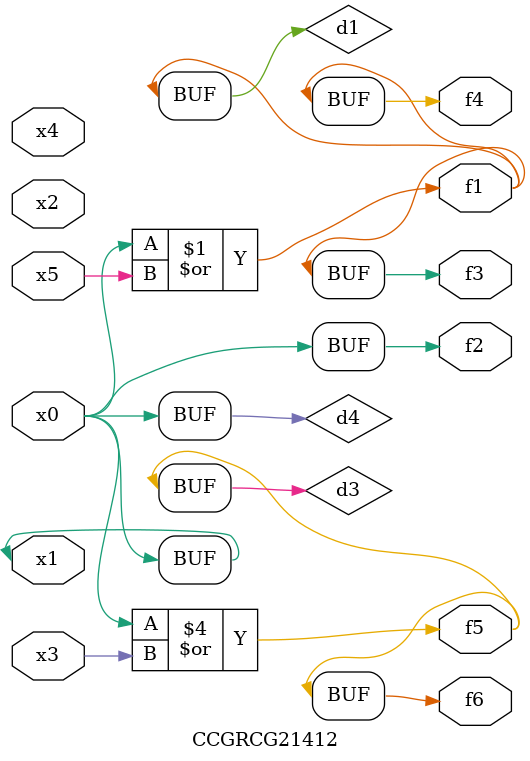
<source format=v>
module CCGRCG21412(
	input x0, x1, x2, x3, x4, x5,
	output f1, f2, f3, f4, f5, f6
);

	wire d1, d2, d3, d4;

	or (d1, x0, x5);
	xnor (d2, x1, x4);
	or (d3, x0, x3);
	buf (d4, x0, x1);
	assign f1 = d1;
	assign f2 = d4;
	assign f3 = d1;
	assign f4 = d1;
	assign f5 = d3;
	assign f6 = d3;
endmodule

</source>
